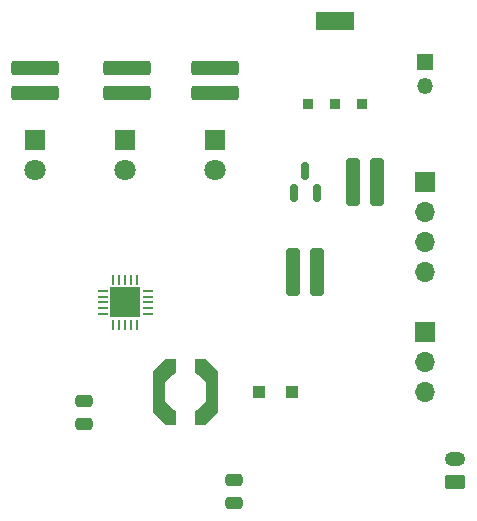
<source format=gbr>
%TF.GenerationSoftware,KiCad,Pcbnew,7.0.9*%
%TF.CreationDate,2023-12-04T00:09:17-03:00*%
%TF.ProjectId,regador,72656761-646f-4722-9e6b-696361645f70,1.0*%
%TF.SameCoordinates,Original*%
%TF.FileFunction,Soldermask,Top*%
%TF.FilePolarity,Negative*%
%FSLAX46Y46*%
G04 Gerber Fmt 4.6, Leading zero omitted, Abs format (unit mm)*
G04 Created by KiCad (PCBNEW 7.0.9) date 2023-12-04 00:09:17*
%MOMM*%
%LPD*%
G01*
G04 APERTURE LIST*
G04 Aperture macros list*
%AMRoundRect*
0 Rectangle with rounded corners*
0 $1 Rounding radius*
0 $2 $3 $4 $5 $6 $7 $8 $9 X,Y pos of 4 corners*
0 Add a 4 corners polygon primitive as box body*
4,1,4,$2,$3,$4,$5,$6,$7,$8,$9,$2,$3,0*
0 Add four circle primitives for the rounded corners*
1,1,$1+$1,$2,$3*
1,1,$1+$1,$4,$5*
1,1,$1+$1,$6,$7*
1,1,$1+$1,$8,$9*
0 Add four rect primitives between the rounded corners*
20,1,$1+$1,$2,$3,$4,$5,0*
20,1,$1+$1,$4,$5,$6,$7,0*
20,1,$1+$1,$6,$7,$8,$9,0*
20,1,$1+$1,$8,$9,$2,$3,0*%
%AMFreePoly0*
4,1,11,1.467500,1.700000,0.527500,0.844500,0.527500,-0.844500,1.467500,-1.700000,1.467500,-2.755000,0.527500,-2.755000,-0.527500,-1.700000,-0.527500,1.700000,0.527500,2.755000,1.467500,2.755000,1.467500,1.700000,1.467500,1.700000,$1*%
%AMFreePoly1*
4,1,11,0.527500,1.700000,0.527500,-1.700000,-0.527500,-2.755000,-1.467500,-2.755000,-1.467500,-1.700000,-0.527500,-0.844500,-0.527500,0.844500,-1.467500,1.700000,-1.467500,2.755000,-0.527500,2.755000,0.527500,1.700000,0.527500,1.700000,$1*%
G04 Aperture macros list end*
%ADD10R,0.863600X0.812800*%
%ADD11RoundRect,0.250000X-0.475000X0.250000X-0.475000X-0.250000X0.475000X-0.250000X0.475000X0.250000X0*%
%ADD12RoundRect,0.062500X-0.362500X-0.062500X0.362500X-0.062500X0.362500X0.062500X-0.362500X0.062500X0*%
%ADD13RoundRect,0.062500X-0.062500X-0.362500X0.062500X-0.362500X0.062500X0.362500X-0.062500X0.362500X0*%
%ADD14R,2.600000X2.600000*%
%ADD15RoundRect,0.250000X-0.350000X-1.775000X0.350000X-1.775000X0.350000X1.775000X-0.350000X1.775000X0*%
%ADD16R,1.800000X1.800000*%
%ADD17C,1.800000*%
%ADD18RoundRect,0.250000X1.775000X-0.350000X1.775000X0.350000X-1.775000X0.350000X-1.775000X-0.350000X0*%
%ADD19RoundRect,0.250000X0.300000X0.300000X-0.300000X0.300000X-0.300000X-0.300000X0.300000X-0.300000X0*%
%ADD20R,1.700000X1.700000*%
%ADD21O,1.700000X1.700000*%
%ADD22FreePoly0,0.000000*%
%ADD23FreePoly1,0.000000*%
%ADD24RoundRect,0.150000X0.150000X-0.587500X0.150000X0.587500X-0.150000X0.587500X-0.150000X-0.587500X0*%
%ADD25O,1.350000X1.350000*%
%ADD26R,1.350000X1.350000*%
%ADD27RoundRect,0.250000X0.350000X1.775000X-0.350000X1.775000X-0.350000X-1.775000X0.350000X-1.775000X0*%
%ADD28RoundRect,0.250000X0.625000X-0.350000X0.625000X0.350000X-0.625000X0.350000X-0.625000X-0.350000X0*%
%ADD29O,1.750000X1.200000*%
G04 APERTURE END LIST*
%TO.C,MOSFET1*%
G36*
X137170200Y-80311850D02*
G01*
X133969800Y-80311850D01*
X133969800Y-78787850D01*
X137170200Y-78787850D01*
X137170200Y-80311850D01*
G37*
%TD*%
D10*
%TO.C,MOSFET1*%
X133270000Y-86560250D03*
X135570000Y-86560250D03*
X137870000Y-86560250D03*
%TD*%
D11*
%TO.C,C3*%
X114300000Y-111760000D03*
X114300000Y-113660000D03*
%TD*%
%TO.C,C1*%
X127000000Y-118430000D03*
X127000000Y-120330000D03*
%TD*%
D12*
%TO.C,U1*%
X115865000Y-102375050D03*
X115865000Y-102875050D03*
X115865000Y-103375050D03*
X115865000Y-103875050D03*
X115865000Y-104375050D03*
D13*
X116790000Y-105300050D03*
X117290000Y-105300050D03*
X117790000Y-105300050D03*
X118290000Y-105300050D03*
X118790000Y-105300050D03*
D12*
X119715000Y-104375050D03*
X119715000Y-103875050D03*
X119715000Y-103375050D03*
X119715000Y-102875050D03*
X119715000Y-102375050D03*
D13*
X118790000Y-101450050D03*
X118290000Y-101450050D03*
X117790000Y-101450050D03*
X117290000Y-101450050D03*
X116790000Y-101450050D03*
D14*
X117790000Y-103375050D03*
%TD*%
D15*
%TO.C,R5*%
X134055000Y-100835050D03*
X132005000Y-100835050D03*
%TD*%
D16*
%TO.C,D2*%
X117790000Y-89664950D03*
D17*
X117790000Y-92204950D03*
%TD*%
D18*
%TO.C,R1*%
X125410000Y-85609950D03*
X125410000Y-83559950D03*
%TD*%
D16*
%TO.C,D3*%
X110170000Y-89664950D03*
D17*
X110170000Y-92204950D03*
%TD*%
D18*
%TO.C,R3*%
X110170000Y-85609950D03*
X110170000Y-83559950D03*
%TD*%
D17*
%TO.C,D1*%
X125410000Y-92204950D03*
D16*
X125410000Y-89664950D03*
%TD*%
D19*
%TO.C,D4*%
X129090000Y-110995050D03*
X131890000Y-110995050D03*
%TD*%
D20*
%TO.C,J4*%
X143190000Y-105915050D03*
D21*
X143190000Y-108455050D03*
X143190000Y-110995050D03*
%TD*%
D22*
%TO.C,LPS5030-153*%
X120642500Y-110995050D03*
D23*
X125097500Y-110995050D03*
%TD*%
D20*
%TO.C,J3*%
X143190000Y-93215050D03*
D21*
X143190000Y-95755050D03*
X143190000Y-98295050D03*
X143190000Y-100835050D03*
%TD*%
D24*
%TO.C,Q3*%
X132080000Y-94152550D03*
X133980000Y-94152550D03*
X133030000Y-92277550D03*
%TD*%
D25*
%TO.C,J2*%
X143190000Y-85055050D03*
D26*
X143190000Y-83055050D03*
%TD*%
D27*
%TO.C,R4*%
X137085000Y-93215050D03*
X139135000Y-93215050D03*
%TD*%
D18*
%TO.C,R2*%
X117965200Y-85609950D03*
X117965200Y-83559950D03*
%TD*%
D28*
%TO.C,J1*%
X145730000Y-118615050D03*
D29*
X145730000Y-116615050D03*
%TD*%
M02*

</source>
